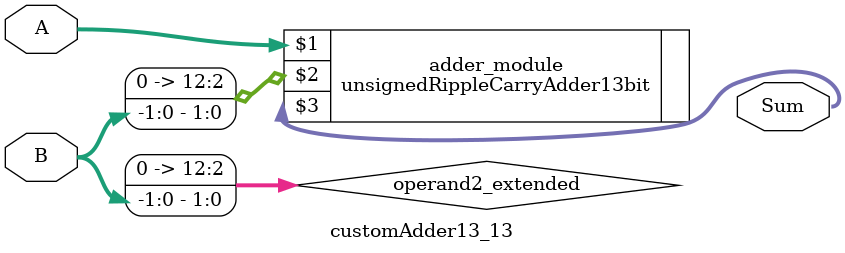
<source format=v>
module customAdder13_13(
                        input [12 : 0] A,
                        input [-1 : 0] B,
                        
                        output [13 : 0] Sum
                );

        wire [12 : 0] operand2_extended;
        
        assign operand2_extended =  {13'b0, B};
        
        unsignedRippleCarryAdder13bit adder_module(
            A,
            operand2_extended,
            Sum
        );
        
        endmodule
        
</source>
